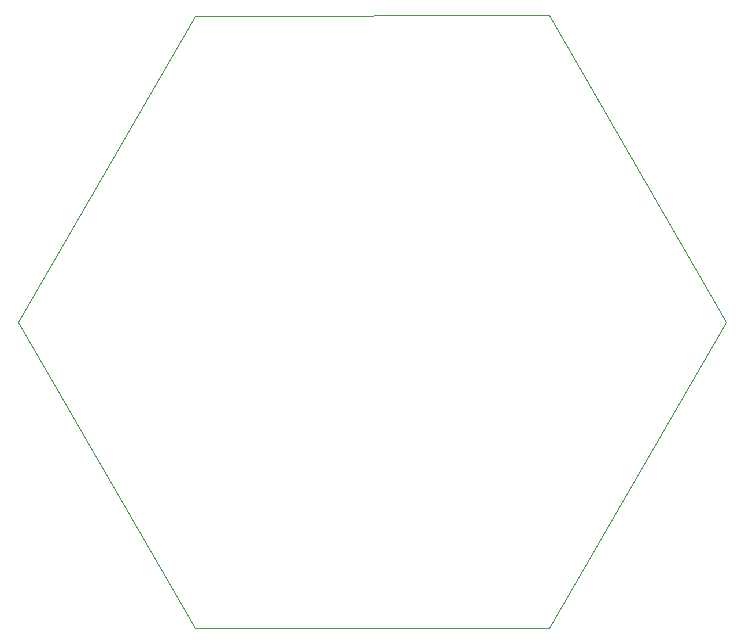
<source format=gbr>
G04 #@! TF.GenerationSoftware,KiCad,Pcbnew,5.1.5+dfsg1-2build2*
G04 #@! TF.CreationDate,2021-05-19T21:19:48-04:00*
G04 #@! TF.ProjectId,ocean_tile_wood,6f636561-6e5f-4746-996c-655f776f6f64,rev?*
G04 #@! TF.SameCoordinates,Original*
G04 #@! TF.FileFunction,Profile,NP*
%FSLAX46Y46*%
G04 Gerber Fmt 4.6, Leading zero omitted, Abs format (unit mm)*
G04 Created by KiCad (PCBNEW 5.1.5+dfsg1-2build2) date 2021-05-19 21:19:48*
%MOMM*%
%LPD*%
G04 APERTURE LIST*
%ADD10C,0.100000*%
G04 APERTURE END LIST*
D10*
X14980100Y-25922800D02*
X-14959600Y-25934600D01*
X-14959600Y-25934600D02*
X-29939700Y-12000D01*
X-29939700Y-12000D02*
X-14980100Y25922400D01*
X-14980100Y25922400D02*
X14959600Y25934200D01*
X14959600Y25934200D02*
X29939700Y11600D01*
X29939700Y11600D02*
X14980100Y-25922800D01*
X14980100Y-25922800D02*
X14980100Y-25922800D01*
M02*

</source>
